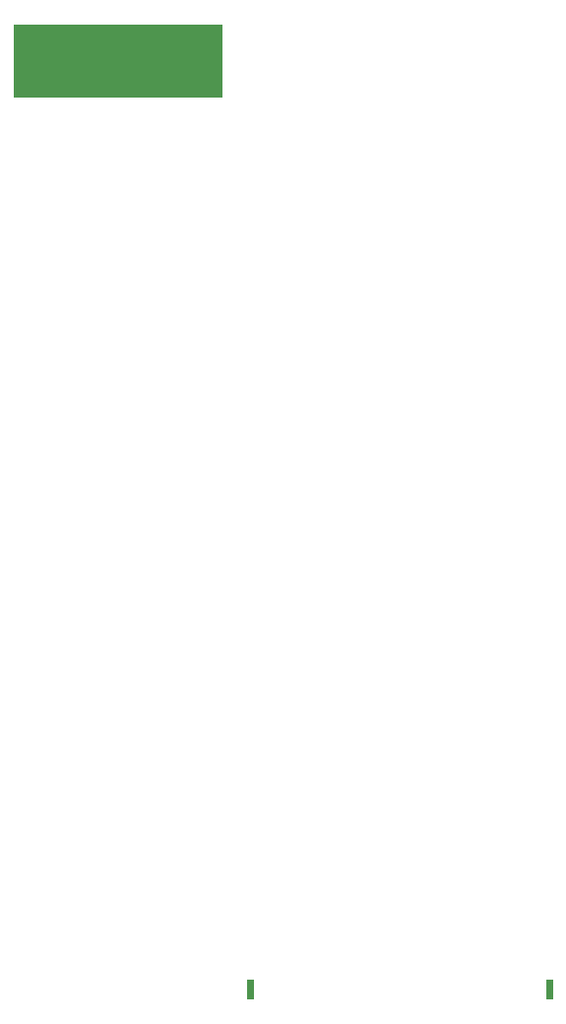
<source format=gko>
G04*
G04 #@! TF.GenerationSoftware,Altium Limited,Altium Designer,19.1.9 (167)*
G04*
G04 Layer_Color=16711935*
%FSLAX42Y42*%
%MOMM*%
G71*
G01*
G75*
%ADD144R,18.00X6.30*%
G36*
X9132Y6072D02*
X9078D01*
Y5903D01*
X9132D01*
Y6072D01*
D02*
G37*
G36*
X11707Y6072D02*
X11653D01*
Y5903D01*
X11707D01*
Y6072D01*
D02*
G37*
D144*
X7966Y13965D02*
D03*
D03*
M02*

</source>
